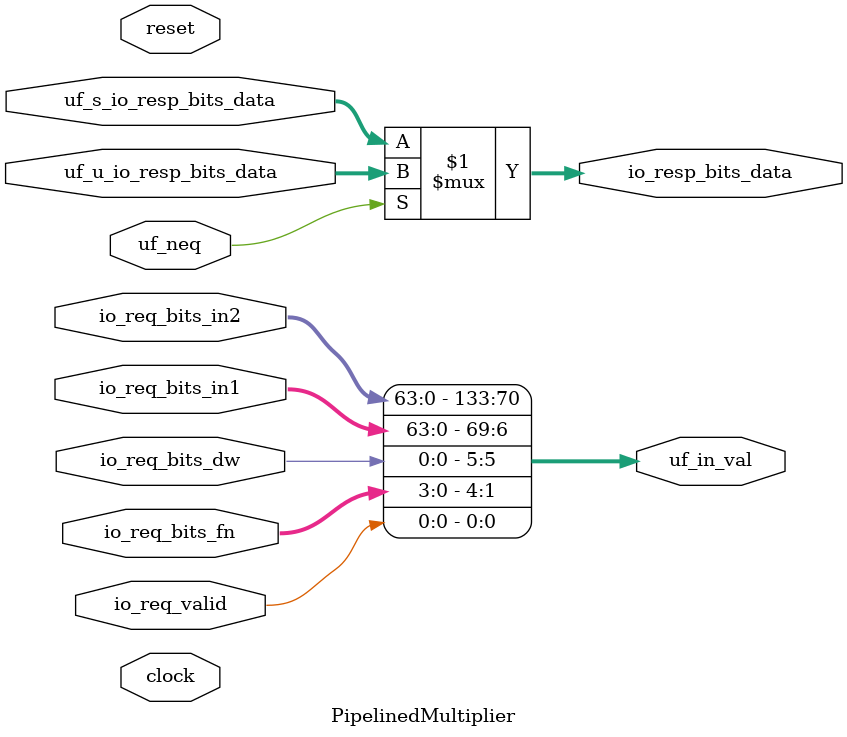
<source format=sv>
/* Generated by Yosys 0.54+23 (git sha1 513f0f16d, g++ 15.1.1 -march=x86-64 -mtune=generic -O2 -fno-plt -fexceptions -fstack-clash-protection -fcf-protection -fno-omit-frame-pointer -mno-omit-leaf-frame-pointer -ffile-prefix-map=/build/yosys-git/src=/usr/src/debug/yosys-git -fPIC -O3) */

module OriginPipelinedMultiplier(clock, reset, io_req_valid, io_req_bits_fn, io_req_bits_dw, io_req_bits_in1, io_req_bits_in2, io_resp_bits_data);
  wire [63:0] _00_;
  wire [63:0] _01_;
  wire [3:0] _T;
  wire _T_1;
  wire [1:0] _T_2;
  wire _T_3;
  wire _T_9;
  wire _lhs_T_1;
  wire [31:0] _muxed_T_4;
  wire [63:0] _muxed_T_5;
  wire _rhs_T_1;
  input clock;
  wire clock;
  wire cmdHi;
  reg inPipe_bits_dw;
  reg [3:0] inPipe_bits_fn;
  reg [63:0] inPipe_bits_in1;
  reg [63:0] inPipe_bits_in2;
  reg inPipe_valid;
  input io_req_bits_dw;
  wire io_req_bits_dw;
  input [3:0] io_req_bits_fn;
  wire [3:0] io_req_bits_fn;
  input [63:0] io_req_bits_in1;
  wire [63:0] io_req_bits_in1;
  input [63:0] io_req_bits_in2;
  wire [63:0] io_req_bits_in2;
  input io_req_valid;
  wire io_req_valid;
  output [63:0] io_resp_bits_data;
  wire [63:0] io_resp_bits_data;
  reg [63:0] io_resp_bits_data_b;
  reg [63:0] io_resp_bits_data_outPipe_bits;
  reg io_resp_bits_data_v;
  wire [64:0] lhs;
  wire lhsSigned;
  wire [127:0] prod;
  input reset;
  wire reset;
  wire [64:0] rhs;
  wire rhsSigned;
  assign _lhs_T_1 = lhsSigned & inPipe_bits_in1[63];
  assign _rhs_T_1 = rhsSigned & inPipe_bits_in2[63];
  always_ff @(posedge clock)
    if (io_resp_bits_data_v) io_resp_bits_data_outPipe_bits <= io_resp_bits_data_b;
  always_ff @(posedge clock)
    if (inPipe_valid) io_resp_bits_data_b <= _01_;
  always_ff @(posedge clock)
    if (reset) io_resp_bits_data_v <= 1'h0;
    else io_resp_bits_data_v <= inPipe_valid;
  always_ff @(posedge clock)
    if (io_req_valid) inPipe_bits_in2 <= io_req_bits_in2;
  always_ff @(posedge clock)
    if (io_req_valid) inPipe_bits_in1 <= io_req_bits_in1;
  always_ff @(posedge clock)
    if (io_req_valid) inPipe_bits_dw <= io_req_bits_dw;
  always_ff @(posedge clock)
    if (io_req_valid) inPipe_bits_fn <= io_req_bits_fn;
  always_ff @(posedge clock)
    if (reset) inPipe_valid <= 1'h0;
    else inPipe_valid <= io_req_valid;
  assign rhsSigned = ! { 2'h0, inPipe_bits_fn[1], 1'h0 };
  assign _T_9 = ! { 3'h0, inPipe_bits_fn[0] };
  assign prod = $signed({ _lhs_T_1, inPipe_bits_in1 }) * $signed({ _rhs_T_1, inPipe_bits_in2 });
  assign cmdHi = inPipe_bits_fn[0] | inPipe_bits_fn[1];
  assign lhsSigned = rhsSigned | _T_9;
  assign _00_ = inPipe_bits_dw ? prod[63:0] : { _muxed_T_4, prod[31:0] };
  assign _01_ = cmdHi ? prod[127:64] : _00_;
  assign _muxed_T_4 = prod[31] ? 32'd4294967295 : 32'd0;
  assign _T = { 3'h0, inPipe_bits_fn[0] };
  assign _T_1 = inPipe_bits_fn[0];
  assign _T_2 = { inPipe_bits_fn[1], 1'h0 };
  assign _T_3 = inPipe_bits_fn[1];
  assign _muxed_T_5 = { _muxed_T_4, prod[31:0] };
  assign io_resp_bits_data = io_resp_bits_data_outPipe_bits;
  assign lhs = { _lhs_T_1, inPipe_bits_in1 };
  assign rhs = { _rhs_T_1, inPipe_bits_in2 };
endmodule

module top(clock, reset, \copy2.io_req_bits_in1 , \copy2.io_req_valid , \copy1.io_req_bits_dw , \copy2.io_req_bits_in2 , \copy1.io_req_bits_in2 , \copy1.io_req_valid , \copy2.io_req_bits_fn , \copy1.io_req_bits_fn , \copy2.io_req_bits_dw , \copy1.io_req_bits_in1 );
  wire [63:0] _00_;
  wire [63:0] _01_;
  wire [63:0] _02_;
  wire [63:0] _03_;
  wire _04_;
  wire _05_;
  wire [133:0] _06_;
  wire [133:0] _07_;
  wire _08_;
  wire _09_;
  reg \abs-.uf_neq ;
  input clock;
  wire clock;
  input \copy1.io_req_bits_dw ;
  wire \copy1.io_req_bits_dw ;
  input [3:0] \copy1.io_req_bits_fn ;
  wire [3:0] \copy1.io_req_bits_fn ;
  input [63:0] \copy1.io_req_bits_in1 ;
  wire [63:0] \copy1.io_req_bits_in1 ;
  input [63:0] \copy1.io_req_bits_in2 ;
  wire [63:0] \copy1.io_req_bits_in2 ;
  input \copy1.io_req_valid ;
  wire \copy1.io_req_valid ;
  input \copy2.io_req_bits_dw ;
  wire \copy2.io_req_bits_dw ;
  input [3:0] \copy2.io_req_bits_fn ;
  wire [3:0] \copy2.io_req_bits_fn ;
  input [63:0] \copy2.io_req_bits_in1 ;
  wire [63:0] \copy2.io_req_bits_in1 ;
  input [63:0] \copy2.io_req_bits_in2 ;
  wire [63:0] \copy2.io_req_bits_in2 ;
  input \copy2.io_req_valid ;
  wire \copy2.io_req_valid ;
  input reset;
  wire reset;
  assign _04_ = _00_ == _01_;
  assign _05_ = _02_ == _03_;
  always_comb if (1'h1) assert(_04_ && _05_);
  assign _08_ = \abs-.uf_neq  | _09_;
  always_ff @(posedge clock)
    \abs-.uf_neq  <= _08_;
  assign _09_ = _06_ != _07_;
  PipelinedMultiplier abs1 (
    .clock(clock),
    .io_req_bits_dw(\copy1.io_req_bits_dw ),
    .io_req_bits_fn(\copy1.io_req_bits_fn ),
    .io_req_bits_in1(\copy1.io_req_bits_in1 ),
    .io_req_bits_in2(\copy1.io_req_bits_in2 ),
    .io_req_valid(\copy1.io_req_valid ),
    .io_resp_bits_data(_01_),
    .reset(reset),
    .uf_in_val(_06_),
    .uf_neq(\abs-.uf_neq ),
    .uf_s_io_resp_bits_data(_00_),
    .uf_u_io_resp_bits_data(_00_)
  );
  PipelinedMultiplier abs2 (
    .clock(clock),
    .io_req_bits_dw(\copy2.io_req_bits_dw ),
    .io_req_bits_fn(\copy2.io_req_bits_fn ),
    .io_req_bits_in1(\copy2.io_req_bits_in1 ),
    .io_req_bits_in2(\copy2.io_req_bits_in2 ),
    .io_req_valid(\copy2.io_req_valid ),
    .io_resp_bits_data(_03_),
    .reset(reset),
    .uf_in_val(_07_),
    .uf_neq(\abs-.uf_neq ),
    .uf_s_io_resp_bits_data(_00_),
    .uf_u_io_resp_bits_data(_02_)
  );
  OriginPipelinedMultiplier copy1 (
    .clock(clock),
    .io_req_bits_dw(\copy1.io_req_bits_dw ),
    .io_req_bits_fn(\copy1.io_req_bits_fn ),
    .io_req_bits_in1(\copy1.io_req_bits_in1 ),
    .io_req_bits_in2(\copy1.io_req_bits_in2 ),
    .io_req_valid(\copy1.io_req_valid ),
    .io_resp_bits_data(_00_),
    .reset(reset)
  );
  OriginPipelinedMultiplier copy2 (
    .clock(clock),
    .io_req_bits_dw(\copy2.io_req_bits_dw ),
    .io_req_bits_fn(\copy2.io_req_bits_fn ),
    .io_req_bits_in1(\copy2.io_req_bits_in1 ),
    .io_req_bits_in2(\copy2.io_req_bits_in2 ),
    .io_req_valid(\copy2.io_req_valid ),
    .io_resp_bits_data(_02_),
    .reset(reset)
  );
endmodule

module PipelinedMultiplier(clock, reset, io_req_valid, io_req_bits_fn, io_req_bits_dw, io_req_bits_in1, io_req_bits_in2, io_resp_bits_data, uf_s_io_resp_bits_data, uf_u_io_resp_bits_data, uf_neq, uf_in_val);
  input clock;
  wire clock;
  input io_req_bits_dw;
  wire io_req_bits_dw;
  input [3:0] io_req_bits_fn;
  wire [3:0] io_req_bits_fn;
  input [63:0] io_req_bits_in1;
  wire [63:0] io_req_bits_in1;
  input [63:0] io_req_bits_in2;
  wire [63:0] io_req_bits_in2;
  input io_req_valid;
  wire io_req_valid;
  output [63:0] io_resp_bits_data;
  wire [63:0] io_resp_bits_data;
  input reset;
  wire reset;
  output [133:0] uf_in_val;
  wire [133:0] uf_in_val;
  input uf_neq;
  wire uf_neq;
  input [63:0] uf_s_io_resp_bits_data;
  wire [63:0] uf_s_io_resp_bits_data;
  input [63:0] uf_u_io_resp_bits_data;
  wire [63:0] uf_u_io_resp_bits_data;
  assign io_resp_bits_data = uf_neq ? uf_u_io_resp_bits_data : uf_s_io_resp_bits_data;
  assign uf_in_val = { io_req_bits_in2, io_req_bits_in1, io_req_bits_dw, io_req_bits_fn, io_req_valid };
endmodule

</source>
